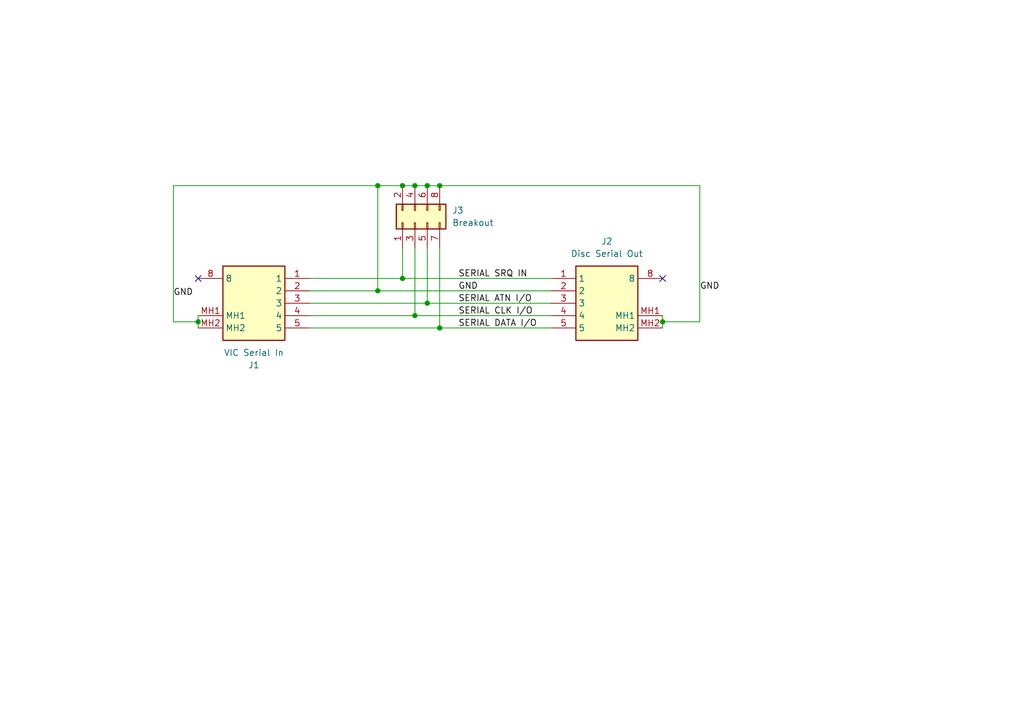
<source format=kicad_sch>
(kicad_sch (version 20250114) (generator "eeschema") (generator_version "9.0")
  (paper "A5")
  (title_block (title "Breakout Board for Commodore Serial Port") (date "23/NOV/2025") (rev "B") (company "www.youtube.com/@Brfff"))
  (lib_symbols
    (symbol "Clueless_Engineer:671-0601"
      (property "Reference" "J" (at 19.05 7.62 0))
      (property "Value" "671-0601" (at 19.05 5.08 0))
      (symbol "671-0601_1_1"
        (rectangle (start 5.08 2.54) (end 17.78 -12.7) (stroke (width 0.254)) (fill (type background)))
        (pin passive line (at 0 0 0) (length 5.08) (name "1") (number "1"))
        (pin passive line (at 0 -2.54 0) (length 5.08) (name "2") (number "2"))
        (pin passive line (at 0 -5.08 0) (length 5.08) (name "3") (number "3"))
        (pin passive line (at 0 -7.62 0) (length 5.08) (name "4") (number "4"))
        (pin passive line (at 0 -10.16 0) (length 5.08) (name "5") (number "5"))
        (pin passive line (at 22.86 0 180) (length 5.08) (name "8") (number "8"))
        (pin passive line (at 22.86 -7.62 180) (length 5.08) (name "MH1") (number "MH1"))
        (pin passive line (at 22.86 -10.16 180) (length 5.08) (name "MH2") (number "MH2"))
      )
    )
    (symbol "Connector_Generic:Conn_02x04_Odd_Even" (pin_names (offset 1.016) (hide yes))
      (property "Reference" "J" (at 1.27 5.08 0))
      (property "Value" "Conn_02x04_Odd_Even" (at 1.27 -7.62 0))
      (symbol "Conn_02x04_Odd_Even_1_1"
        (rectangle (start -1.27 3.81) (end 3.81 -6.35) (stroke (width 0.254)) (fill (type background)))
        (rectangle (start -1.27 2.667) (end 0 2.413) (stroke (width 0.1524)))
        (rectangle (start -1.27 0.127) (end 0 -0.127) (stroke (width 0.1524)))
        (rectangle (start -1.27 -2.413) (end 0 -2.667) (stroke (width 0.1524)))
        (rectangle (start -1.27 -4.953) (end 0 -5.207) (stroke (width 0.1524)))
        (rectangle (start 3.81 2.667) (end 2.54 2.413) (stroke (width 0.1524)))
        (rectangle (start 3.81 0.127) (end 2.54 -0.127) (stroke (width 0.1524)))
        (rectangle (start 3.81 -2.413) (end 2.54 -2.667) (stroke (width 0.1524)))
        (rectangle (start 3.81 -4.953) (end 2.54 -5.207) (stroke (width 0.1524)))
        (pin passive line (at -5.08 2.54 0) (length 3.81) (name "Pin_1") (number "1"))
        (pin passive line (at -5.08 0 0) (length 3.81) (name "Pin_3") (number "3"))
        (pin passive line (at -5.08 -2.54 0) (length 3.81) (name "Pin_5") (number "5"))
        (pin passive line (at -5.08 -5.08 0) (length 3.81) (name "Pin_7") (number "7"))
        (pin passive line (at 7.62 2.54 180) (length 3.81) (name "Pin_2") (number "2"))
        (pin passive line (at 7.62 0 180) (length 3.81) (name "Pin_4") (number "4"))
        (pin passive line (at 7.62 -2.54 180) (length 3.81) (name "Pin_6") (number "6"))
        (pin passive line (at 7.62 -5.08 180) (length 3.81) (name "Pin_8") (number "8"))
      )
    )
  )
  (junction (at 85.09 64.77))
  (junction (at 90.17 67.31))
  (junction (at 87.63 62.23))
  (junction (at 82.55 57.15))
  (junction (at 82.55 38.1))
  (junction (at 85.09 38.1))
  (junction (at 77.47 38.1))
  (junction (at 90.17 38.1))
  (junction (at 135.89 66.04))
  (junction (at 40.64 66.04))
  (junction (at 77.47 59.69))
  (junction (at 87.63 38.1))
  (no_connect (at 40.64 57.15))
  (no_connect (at 135.89 57.15))
  (wire (pts (xy 90.17 50.8) (xy 90.17 67.31)))
  (wire (pts (xy 40.64 64.77) (xy 40.64 66.04)))
  (wire (pts (xy 87.63 62.23) (xy 113.03 62.23)))
  (wire (pts (xy 82.55 50.8) (xy 82.55 57.15)))
  (wire (pts (xy 40.64 66.04) (xy 40.64 67.31)))
  (wire (pts (xy 87.63 38.1) (xy 90.17 38.1)))
  (wire (pts (xy 63.5 64.77) (xy 85.09 64.77)))
  (wire (pts (xy 77.47 59.69) (xy 77.47 38.1)))
  (wire (pts (xy 143.51 38.1) (xy 143.51 66.04)))
  (wire (pts (xy 40.64 66.04) (xy 35.56 66.04)))
  (wire (pts (xy 85.09 38.1) (xy 87.63 38.1)))
  (wire (pts (xy 135.89 64.77) (xy 135.89 66.04)))
  (wire (pts (xy 135.89 66.04) (xy 135.89 67.31)))
  (wire (pts (xy 35.56 38.1) (xy 77.47 38.1)))
  (wire (pts (xy 90.17 38.1) (xy 143.51 38.1)))
  (wire (pts (xy 87.63 50.8) (xy 87.63 62.23)))
  (wire (pts (xy 143.51 66.04) (xy 135.89 66.04)))
  (wire (pts (xy 82.55 38.1) (xy 85.09 38.1)))
  (wire (pts (xy 90.17 67.31) (xy 113.03 67.31)))
  (wire (pts (xy 35.56 66.04) (xy 35.56 38.1)))
  (wire (pts (xy 77.47 59.69) (xy 113.03 59.69)))
  (wire (pts (xy 82.55 57.15) (xy 113.03 57.15)))
  (wire (pts (xy 77.47 38.1) (xy 82.55 38.1)))
  (wire (pts (xy 63.5 59.69) (xy 77.47 59.69)))
  (wire (pts (xy 63.5 62.23) (xy 87.63 62.23)))
  (wire (pts (xy 85.09 64.77) (xy 113.03 64.77)))
  (wire (pts (xy 63.5 57.15) (xy 82.55 57.15)))
  (wire (pts (xy 63.5 67.31) (xy 90.17 67.31)))
  (wire (pts (xy 85.09 50.8) (xy 85.09 64.77)))
  (label "SERIAL SRQ IN" (at 93.98 57.15 0))
  (label "GND" (at 143.51 59.69 0))
  (label "SERIAL ATN I{slash}O" (at 93.98 62.23 0))
  (label "SERIAL DATA I{slash}O" (at 93.98 67.31 0))
  (label "SERIAL CLK I{slash}O" (at 93.98 64.77 0))
  (label "GND" (at 93.98 59.69 0))
  (label "GND" (at 35.56 60.96 0))
  (symbol (lib_id "Connector_Generic:Conn_02x04_Odd_Even") (at 85.09 45.72 90) (unit 1)
    (property "Reference" "J3" (at 92.71 43.1799 90) (effects (justify right)))
    (property "Value" "Breakout" (at 92.71 45.7199 90) (effects (justify right)))
    (property "Footprint" "Connector_PinHeader_2.54mm:PinHeader_2x04_P2.54mm_Vertical" (effects (hide yes)))
    (property "Description" "Generic connector, double row, 02x04, odd/even pin numbering scheme (row 1 odd numbers, row 2 even numbers), script generated (kicad-library-utils/schlib/autogen/connector/)" (effects (hide yes)))
  )
  (symbol (lib_id "Clueless_Engineer:671-0601") (at 63.5 57.15 0) (mirror y) (unit 1)
    (property "Reference" "J1" (at 52.07 74.93 0))
    (property "Value" "VIC Serial In" (at 52.07 72.39 0))
    (property "Footprint" "Clueless_Engineer:6710601" (effects (hide yes)))
    (property "Description" "Deltron 6 Pole Right Angle Din Socket Socket, 2A, 100 V ac, Lockable" (effects (hide yes)))
    (property "Height" "19.5" (effects (hide yes)))
    (property "Manufacturer_Name" "DELTRON COMPONENTS" (effects (hide yes)))
    (property "Manufacturer_Part_Number" "671-0601" (effects (hide yes)))
  )
  (symbol (lib_id "Clueless_Engineer:671-0601") (at 113.03 57.15 0) (unit 1)
    (property "Reference" "J2" (at 124.46 49.53 0))
    (property "Value" "Disc Serial Out" (at 124.46 52.07 0))
    (property "Footprint" "Clueless_Engineer:6710601" (effects (hide yes)))
    (property "Description" "Deltron 6 Pole Right Angle Din Socket Socket, 2A, 100 V ac, Lockable" (effects (hide yes)))
    (property "Height" "19.5" (effects (hide yes)))
    (property "Manufacturer_Name" "DELTRON COMPONENTS" (effects (hide yes)))
    (property "Manufacturer_Part_Number" "671-0601" (effects (hide yes)))
  )
)
</source>
